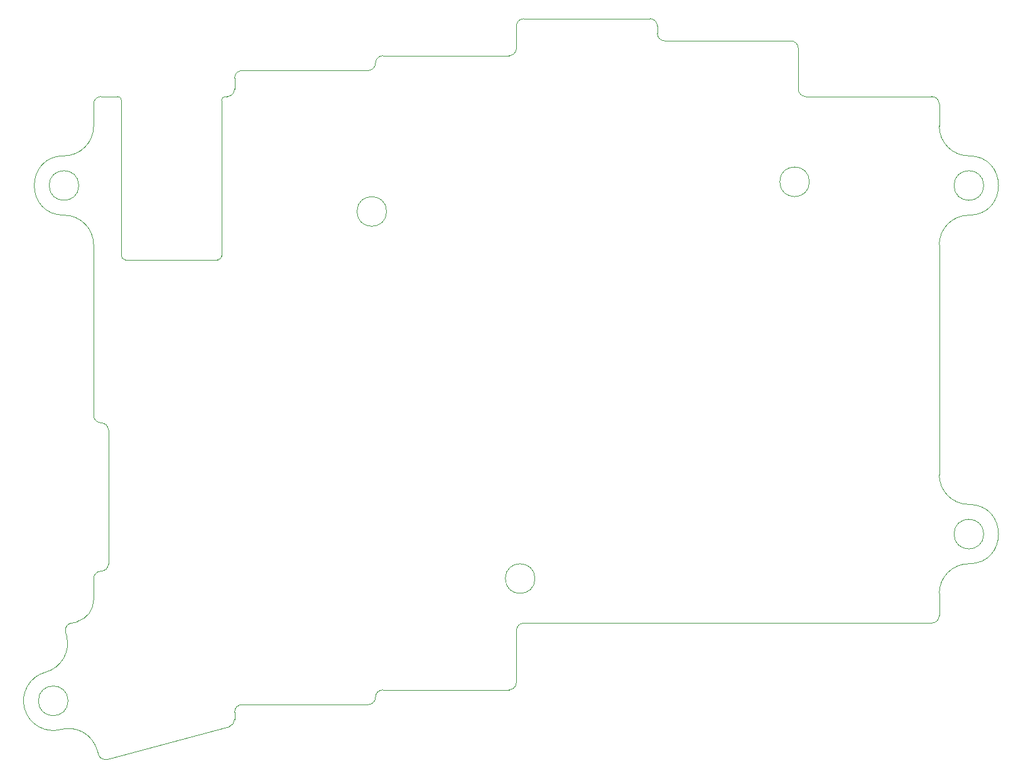
<source format=gbr>
%TF.GenerationSoftware,KiCad,Pcbnew,9.0.4*%
%TF.CreationDate,2025-10-31T22:45:31+09:00*%
%TF.ProjectId,KeeNoard-SMD,4b65654e-6f61-4726-942d-534d442e6b69,rev?*%
%TF.SameCoordinates,Original*%
%TF.FileFunction,Profile,NP*%
%FSLAX46Y46*%
G04 Gerber Fmt 4.6, Leading zero omitted, Abs format (unit mm)*
G04 Created by KiCad (PCBNEW 9.0.4) date 2025-10-31 22:45:31*
%MOMM*%
%LPD*%
G01*
G04 APERTURE LIST*
%TA.AperFunction,Profile*%
%ADD10C,0.050000*%
%TD*%
%TA.AperFunction,Profile*%
%ADD11C,0.100000*%
%TD*%
G04 APERTURE END LIST*
D10*
X36000000Y-98500000D02*
X36000000Y-100500000D01*
X93000000Y-105500000D02*
G75*
G02*
X94000000Y-104500000I1000000J0D01*
G01*
X37838079Y-122865848D02*
G75*
G02*
X36613367Y-122158736I-258779J965948D01*
G01*
X36000000Y-101386136D02*
G75*
G02*
X33776455Y-104283909I-3000080J66D01*
G01*
X93000000Y-112500000D02*
G75*
G02*
X92000000Y-113500000I-1000000J0D01*
G01*
X37000000Y-77500000D02*
G75*
G02*
X38000000Y-78500000I0J-1000000D01*
G01*
X112000000Y-24000000D02*
X112000000Y-25000000D01*
X37838079Y-122865848D02*
X54258819Y-118465926D01*
X32549670Y-114983649D02*
G75*
G02*
X28549670Y-114983649I-2000000J0D01*
G01*
X28549670Y-114983649D02*
G75*
G02*
X32549670Y-114983649I2000000J0D01*
G01*
X55000000Y-117500000D02*
G75*
G02*
X54258819Y-118465926I-1000000J0D01*
G01*
X150000000Y-100500000D02*
G75*
G02*
X154000000Y-96500000I4000000J0D01*
G01*
X36000000Y-34500000D02*
X36000000Y-37500000D01*
X150000000Y-53500000D02*
X150000000Y-84500000D01*
X56000000Y-115500000D02*
X73000000Y-115500000D01*
X32213413Y-105738000D02*
G75*
G02*
X32920530Y-104513305I965887J258800D01*
G01*
X154000000Y-41500000D02*
G75*
G02*
X154000000Y-49500000I0J-4000000D01*
G01*
X150000000Y-100500000D02*
X150000000Y-103500000D01*
X37000000Y-33500000D02*
X39250000Y-33500000D01*
X130000000Y-26000000D02*
G75*
G02*
X131000000Y-27000000I0J-1000000D01*
G01*
X55000000Y-32500000D02*
X55000000Y-31000000D01*
X39250000Y-33500000D02*
G75*
G02*
X39750000Y-34000000I0J-500000D01*
G01*
X31584949Y-118847353D02*
G75*
G02*
X36483925Y-121675781I1035271J-3863707D01*
G01*
X93000000Y-27000000D02*
G75*
G02*
X92000000Y-28000000I-1000000J0D01*
G01*
X131000000Y-27000000D02*
X131000000Y-32500000D01*
X32000000Y-49500000D02*
G75*
G02*
X36000000Y-53500000I0J-4000000D01*
G01*
X55000000Y-31000000D02*
G75*
G02*
X56000000Y-30000000I1000000J0D01*
G01*
X132000000Y-33500000D02*
X149000000Y-33500000D01*
X36000000Y-76500000D02*
X36000000Y-53500000D01*
X75000000Y-113500000D02*
X92000000Y-113500000D01*
X113000000Y-26000000D02*
G75*
G02*
X112000000Y-25000000I0J1000000D01*
G01*
X74000000Y-114500000D02*
G75*
G02*
X75000000Y-113500000I1000000J0D01*
G01*
X156000001Y-92500000D02*
G75*
G02*
X152000001Y-92500000I-2000000J0D01*
G01*
X152000001Y-92500000D02*
G75*
G02*
X156000001Y-92500000I2000000J0D01*
G01*
X74000000Y-29000000D02*
G75*
G02*
X75000000Y-28000000I1000000J0D01*
G01*
X55000000Y-117500000D02*
X55000000Y-116500000D01*
X34000000Y-45500000D02*
G75*
G02*
X30000000Y-45500000I-2000000J0D01*
G01*
X30000000Y-45500000D02*
G75*
G02*
X34000000Y-45500000I2000000J0D01*
G01*
X94000000Y-23000000D02*
X111000000Y-23000000D01*
X93000000Y-24000000D02*
G75*
G02*
X94000000Y-23000000I1000000J0D01*
G01*
X36000000Y-100500000D02*
X36000000Y-101386136D01*
X36613341Y-122158743D02*
X36483926Y-121675781D01*
X154000000Y-41500000D02*
G75*
G02*
X150000000Y-37500000I0J4000000D01*
G01*
X36000000Y-37500000D02*
G75*
G02*
X32000000Y-41500000I-4000000J0D01*
G01*
X95500000Y-98500000D02*
G75*
G02*
X91500000Y-98500000I-2000000J0D01*
G01*
X91500000Y-98500000D02*
G75*
G02*
X95500000Y-98500000I2000000J0D01*
G01*
X55000000Y-116500000D02*
G75*
G02*
X56000000Y-115500000I1000000J0D01*
G01*
X53250000Y-34000000D02*
G75*
G02*
X53750000Y-33500000I500000J0D01*
G01*
X156000000Y-45500000D02*
G75*
G02*
X152000000Y-45500000I-2000000J0D01*
G01*
X152000000Y-45500000D02*
G75*
G02*
X156000000Y-45500000I2000000J0D01*
G01*
X150000000Y-53500000D02*
G75*
G02*
X154000000Y-49500000I4000000J0D01*
G01*
X111000000Y-23000000D02*
G75*
G02*
X112000000Y-24000000I0J-1000000D01*
G01*
X55000000Y-32500000D02*
G75*
G02*
X54000000Y-33500000I-1000000J0D01*
G01*
X93000000Y-27000000D02*
X93000000Y-24000000D01*
X32920519Y-104513261D02*
X33776456Y-104283914D01*
X31584949Y-118847353D02*
G75*
G02*
X29514392Y-111119947I-1035279J3863703D01*
G01*
X93000000Y-112500000D02*
X93000000Y-105500000D01*
X32000000Y-49500000D02*
G75*
G02*
X32000000Y-41500000I0J4000000D01*
G01*
X149000000Y-33500000D02*
G75*
G02*
X150000000Y-34500000I0J-1000000D01*
G01*
X37000000Y-77500000D02*
G75*
G02*
X36000000Y-76500000I0J1000000D01*
G01*
X38000000Y-96500000D02*
X38000000Y-78500000D01*
X150000000Y-34500000D02*
X150000000Y-37500000D01*
X132500000Y-45000000D02*
G75*
G02*
X128500000Y-45000000I-2000000J0D01*
G01*
X128500000Y-45000000D02*
G75*
G02*
X132500000Y-45000000I2000000J0D01*
G01*
X154000001Y-88500000D02*
G75*
G02*
X150000000Y-84500000I-1J4000000D01*
G01*
X36000000Y-34500000D02*
G75*
G02*
X37000000Y-33500000I1000000J0D01*
G01*
X113000000Y-26000000D02*
X130000000Y-26000000D01*
X154000001Y-88500000D02*
G75*
G02*
X154000000Y-96500000I-1J-4000000D01*
G01*
X94000000Y-104500000D02*
X149000000Y-104500000D01*
X132000000Y-33500000D02*
G75*
G02*
X131000000Y-32500000I0J1000000D01*
G01*
X36000000Y-98500000D02*
G75*
G02*
X37000000Y-97500000I1000000J0D01*
G01*
X32213413Y-105738000D02*
X32342821Y-106220964D01*
X53750000Y-33500000D02*
X54000000Y-33500000D01*
X150000000Y-103500000D02*
G75*
G02*
X149000000Y-104500000I-1000000J0D01*
G01*
X39750000Y-34000000D02*
X39750000Y-34500000D01*
X74000000Y-29000000D02*
G75*
G02*
X73000000Y-30000000I-1000000J0D01*
G01*
X38000000Y-96500000D02*
G75*
G02*
X37000000Y-97500000I-1000000J0D01*
G01*
X75000000Y-28000000D02*
X92000000Y-28000000D01*
X53250000Y-34500000D02*
X53250000Y-34000000D01*
X32342823Y-106220966D02*
G75*
G02*
X29514391Y-111119944I-3863703J-1035274D01*
G01*
X74000000Y-114500000D02*
G75*
G02*
X73000000Y-115500000I-1000000J0D01*
G01*
X75500000Y-49000000D02*
G75*
G02*
X71500000Y-49000000I-2000000J0D01*
G01*
X71500000Y-49000000D02*
G75*
G02*
X75500000Y-49000000I2000000J0D01*
G01*
X56000000Y-30000000D02*
X73000000Y-30000000D01*
D11*
%TO.C,U1*%
X39750000Y-34500000D02*
X39750000Y-55000000D01*
X40250000Y-55500000D02*
X52750000Y-55500000D01*
X53250000Y-55000000D02*
X53250000Y-34500000D01*
X40250000Y-55500000D02*
G75*
G02*
X39750000Y-55000000I1J500001D01*
G01*
X53250000Y-55000000D02*
G75*
G02*
X52750000Y-55500000I-500000J0D01*
G01*
%TD*%
M02*

</source>
